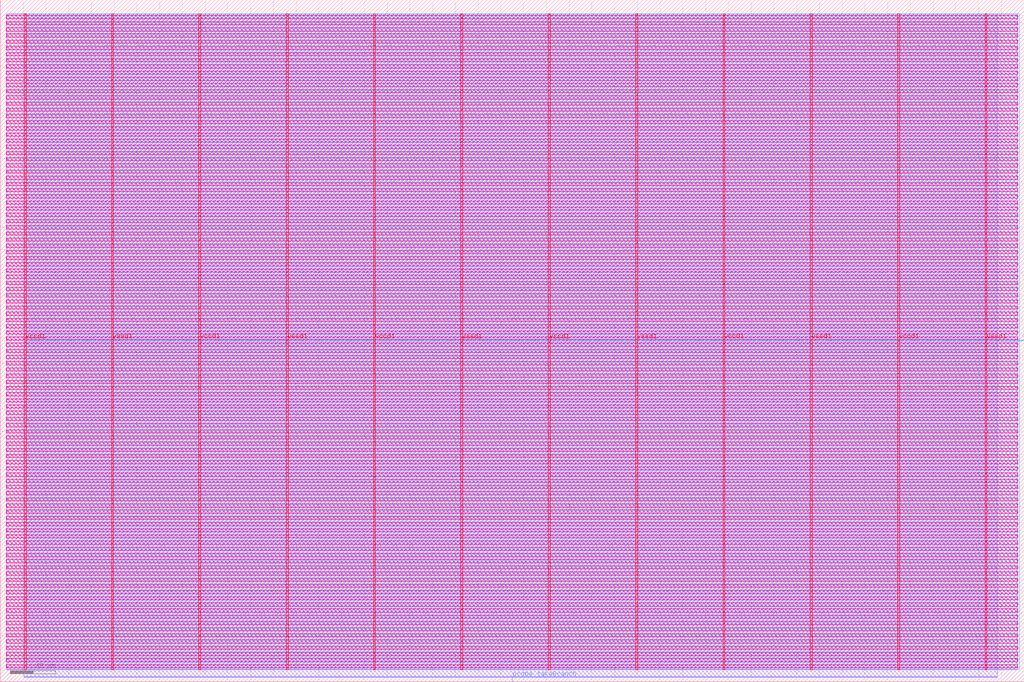
<source format=lef>
VERSION 5.7 ;
  NOWIREEXTENSIONATPIN ON ;
  DIVIDERCHAR "/" ;
  BUSBITCHARS "[]" ;
MACRO ExperiarCore
  CLASS BLOCK ;
  FOREIGN ExperiarCore ;
  ORIGIN 0.000 0.000 ;
  SIZE 900.000 BY 600.000 ;
  PIN clk
    DIRECTION INPUT ;
    USE SIGNAL ;
    PORT
      LAYER met3 ;
        RECT 896.000 299.920 900.000 300.520 ;
    END
  END clk
  PIN probe_takeBranch
    DIRECTION OUTPUT TRISTATE ;
    USE SIGNAL ;
    PORT
      LAYER met2 ;
        RECT 449.970 0.000 450.250 4.000 ;
    END
  END probe_takeBranch
  PIN vccd1
    DIRECTION INPUT ;
    USE POWER ;
    PORT
      LAYER met4 ;
        RECT 21.040 10.640 22.640 587.760 ;
    END
    PORT
      LAYER met4 ;
        RECT 174.640 10.640 176.240 587.760 ;
    END
    PORT
      LAYER met4 ;
        RECT 328.240 10.640 329.840 587.760 ;
    END
    PORT
      LAYER met4 ;
        RECT 481.840 10.640 483.440 587.760 ;
    END
    PORT
      LAYER met4 ;
        RECT 635.440 10.640 637.040 587.760 ;
    END
    PORT
      LAYER met4 ;
        RECT 789.040 10.640 790.640 587.760 ;
    END
  END vccd1
  PIN vssd1
    DIRECTION INPUT ;
    USE GROUND ;
    PORT
      LAYER met4 ;
        RECT 97.840 10.640 99.440 587.760 ;
    END
    PORT
      LAYER met4 ;
        RECT 251.440 10.640 253.040 587.760 ;
    END
    PORT
      LAYER met4 ;
        RECT 405.040 10.640 406.640 587.760 ;
    END
    PORT
      LAYER met4 ;
        RECT 558.640 10.640 560.240 587.760 ;
    END
    PORT
      LAYER met4 ;
        RECT 712.240 10.640 713.840 587.760 ;
    END
    PORT
      LAYER met4 ;
        RECT 865.840 10.640 867.440 587.760 ;
    END
  END vssd1
  OBS
      LAYER nwell ;
        RECT 5.330 583.385 894.430 586.215 ;
        RECT 5.330 577.945 894.430 580.775 ;
        RECT 5.330 572.505 894.430 575.335 ;
        RECT 5.330 567.065 894.430 569.895 ;
        RECT 5.330 561.625 894.430 564.455 ;
        RECT 5.330 556.185 894.430 559.015 ;
        RECT 5.330 550.745 894.430 553.575 ;
        RECT 5.330 545.305 894.430 548.135 ;
        RECT 5.330 539.865 894.430 542.695 ;
        RECT 5.330 534.425 894.430 537.255 ;
        RECT 5.330 528.985 894.430 531.815 ;
        RECT 5.330 523.545 894.430 526.375 ;
        RECT 5.330 518.105 894.430 520.935 ;
        RECT 5.330 512.665 894.430 515.495 ;
        RECT 5.330 507.225 894.430 510.055 ;
        RECT 5.330 501.785 894.430 504.615 ;
        RECT 5.330 496.345 894.430 499.175 ;
        RECT 5.330 490.905 894.430 493.735 ;
        RECT 5.330 485.465 894.430 488.295 ;
        RECT 5.330 480.025 894.430 482.855 ;
        RECT 5.330 474.585 894.430 477.415 ;
        RECT 5.330 469.145 894.430 471.975 ;
        RECT 5.330 463.705 894.430 466.535 ;
        RECT 5.330 458.265 894.430 461.095 ;
        RECT 5.330 452.825 894.430 455.655 ;
        RECT 5.330 447.385 894.430 450.215 ;
        RECT 5.330 441.945 894.430 444.775 ;
        RECT 5.330 436.505 894.430 439.335 ;
        RECT 5.330 431.065 894.430 433.895 ;
        RECT 5.330 425.625 894.430 428.455 ;
        RECT 5.330 420.185 894.430 423.015 ;
        RECT 5.330 414.745 894.430 417.575 ;
        RECT 5.330 409.305 894.430 412.135 ;
        RECT 5.330 403.865 894.430 406.695 ;
        RECT 5.330 398.425 894.430 401.255 ;
        RECT 5.330 392.985 894.430 395.815 ;
        RECT 5.330 387.545 894.430 390.375 ;
        RECT 5.330 382.105 894.430 384.935 ;
        RECT 5.330 376.665 894.430 379.495 ;
        RECT 5.330 371.225 894.430 374.055 ;
        RECT 5.330 365.785 894.430 368.615 ;
        RECT 5.330 360.345 894.430 363.175 ;
        RECT 5.330 354.905 894.430 357.735 ;
        RECT 5.330 349.465 894.430 352.295 ;
        RECT 5.330 344.025 894.430 346.855 ;
        RECT 5.330 338.585 894.430 341.415 ;
        RECT 5.330 333.145 894.430 335.975 ;
        RECT 5.330 327.705 894.430 330.535 ;
        RECT 5.330 322.265 894.430 325.095 ;
        RECT 5.330 316.825 894.430 319.655 ;
        RECT 5.330 311.385 894.430 314.215 ;
        RECT 5.330 305.945 894.430 308.775 ;
        RECT 5.330 300.505 894.430 303.335 ;
        RECT 5.330 295.065 894.430 297.895 ;
        RECT 5.330 289.625 894.430 292.455 ;
        RECT 5.330 284.185 894.430 287.015 ;
        RECT 5.330 278.745 894.430 281.575 ;
        RECT 5.330 273.305 894.430 276.135 ;
        RECT 5.330 267.865 894.430 270.695 ;
        RECT 5.330 262.425 894.430 265.255 ;
        RECT 5.330 256.985 894.430 259.815 ;
        RECT 5.330 251.545 894.430 254.375 ;
        RECT 5.330 246.105 894.430 248.935 ;
        RECT 5.330 240.665 894.430 243.495 ;
        RECT 5.330 235.225 894.430 238.055 ;
        RECT 5.330 229.785 894.430 232.615 ;
        RECT 5.330 224.345 894.430 227.175 ;
        RECT 5.330 218.905 894.430 221.735 ;
        RECT 5.330 213.465 894.430 216.295 ;
        RECT 5.330 208.025 894.430 210.855 ;
        RECT 5.330 202.585 894.430 205.415 ;
        RECT 5.330 197.145 894.430 199.975 ;
        RECT 5.330 191.705 894.430 194.535 ;
        RECT 5.330 186.265 894.430 189.095 ;
        RECT 5.330 180.825 894.430 183.655 ;
        RECT 5.330 175.385 894.430 178.215 ;
        RECT 5.330 169.945 894.430 172.775 ;
        RECT 5.330 164.505 894.430 167.335 ;
        RECT 5.330 159.065 894.430 161.895 ;
        RECT 5.330 153.625 894.430 156.455 ;
        RECT 5.330 148.185 894.430 151.015 ;
        RECT 5.330 142.745 894.430 145.575 ;
        RECT 5.330 137.305 894.430 140.135 ;
        RECT 5.330 131.865 894.430 134.695 ;
        RECT 5.330 126.425 894.430 129.255 ;
        RECT 5.330 120.985 894.430 123.815 ;
        RECT 5.330 115.545 894.430 118.375 ;
        RECT 5.330 110.105 894.430 112.935 ;
        RECT 5.330 104.665 894.430 107.495 ;
        RECT 5.330 99.225 894.430 102.055 ;
        RECT 5.330 93.785 894.430 96.615 ;
        RECT 5.330 88.345 894.430 91.175 ;
        RECT 5.330 82.905 894.430 85.735 ;
        RECT 5.330 77.465 894.430 80.295 ;
        RECT 5.330 72.025 894.430 74.855 ;
        RECT 5.330 66.585 894.430 69.415 ;
        RECT 5.330 61.145 894.430 63.975 ;
        RECT 5.330 55.705 894.430 58.535 ;
        RECT 5.330 50.265 894.430 53.095 ;
        RECT 5.330 44.825 894.430 47.655 ;
        RECT 5.330 39.385 894.430 42.215 ;
        RECT 5.330 33.945 894.430 36.775 ;
        RECT 5.330 28.505 894.430 31.335 ;
        RECT 5.330 23.065 894.430 25.895 ;
        RECT 5.330 17.625 894.430 20.455 ;
        RECT 5.330 12.185 894.430 15.015 ;
      LAYER li1 ;
        RECT 5.520 10.795 894.240 587.605 ;
      LAYER met1 ;
        RECT 5.520 10.640 894.240 587.760 ;
      LAYER met2 ;
        RECT 21.070 4.280 876.670 587.760 ;
        RECT 21.070 4.000 449.690 4.280 ;
        RECT 450.530 4.000 876.670 4.280 ;
      LAYER met3 ;
        RECT 21.040 300.920 896.000 587.685 ;
        RECT 21.040 299.520 895.600 300.920 ;
        RECT 21.040 10.715 896.000 299.520 ;
  END
END ExperiarCore
END LIBRARY


</source>
